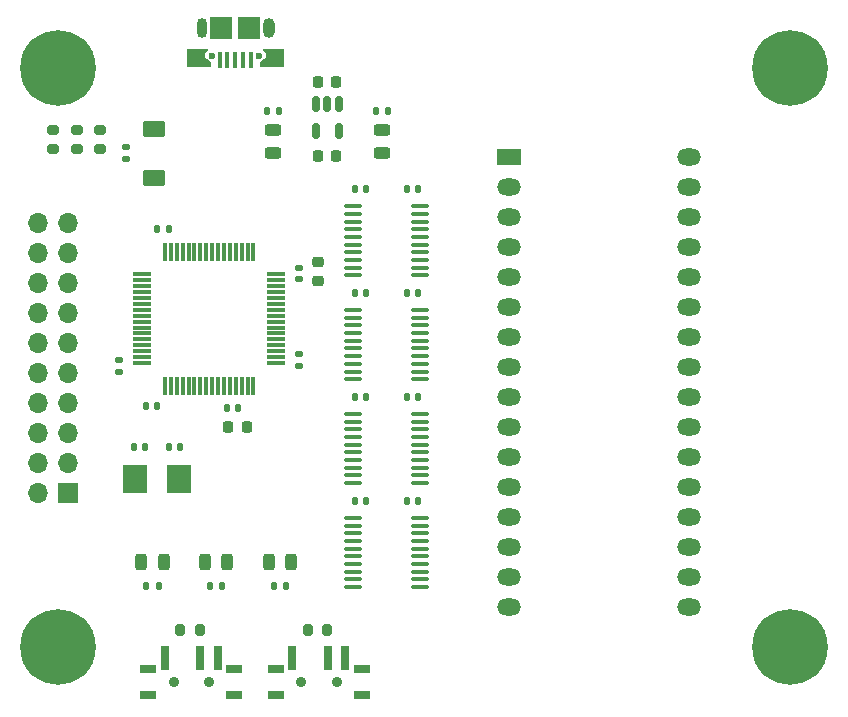
<source format=gbr>
G04 #@! TF.GenerationSoftware,KiCad,Pcbnew,7.0.7*
G04 #@! TF.CreationDate,2023-09-26T12:49:17-04:00*
G04 #@! TF.ProjectId,programmer,70726f67-7261-46d6-9d65-722e6b696361,rev?*
G04 #@! TF.SameCoordinates,Original*
G04 #@! TF.FileFunction,Soldermask,Top*
G04 #@! TF.FilePolarity,Negative*
%FSLAX46Y46*%
G04 Gerber Fmt 4.6, Leading zero omitted, Abs format (unit mm)*
G04 Created by KiCad (PCBNEW 7.0.7) date 2023-09-26 12:49:17*
%MOMM*%
%LPD*%
G01*
G04 APERTURE LIST*
G04 Aperture macros list*
%AMRoundRect*
0 Rectangle with rounded corners*
0 $1 Rounding radius*
0 $2 $3 $4 $5 $6 $7 $8 $9 X,Y pos of 4 corners*
0 Add a 4 corners polygon primitive as box body*
4,1,4,$2,$3,$4,$5,$6,$7,$8,$9,$2,$3,0*
0 Add four circle primitives for the rounded corners*
1,1,$1+$1,$2,$3*
1,1,$1+$1,$4,$5*
1,1,$1+$1,$6,$7*
1,1,$1+$1,$8,$9*
0 Add four rect primitives between the rounded corners*
20,1,$1+$1,$2,$3,$4,$5,0*
20,1,$1+$1,$4,$5,$6,$7,0*
20,1,$1+$1,$6,$7,$8,$9,0*
20,1,$1+$1,$8,$9,$2,$3,0*%
%AMFreePoly0*
4,1,9,1.050000,0.350000,0.550000,0.000000,0.550000,-0.400000,0.800000,-0.650000,0.800000,-0.800000,-1.050000,-0.800000,-1.050000,0.800000,1.050000,0.800000,1.050000,0.350000,1.050000,0.350000,$1*%
%AMFreePoly1*
4,1,9,1.050000,-0.800000,-0.800000,-0.800000,-0.800000,-0.650000,-0.550000,-0.400000,-0.550000,0.000000,-1.050000,0.350000,-1.050000,0.800000,1.050000,0.800000,1.050000,-0.800000,1.050000,-0.800000,$1*%
G04 Aperture macros list end*
%ADD10RoundRect,0.200000X0.275000X-0.200000X0.275000X0.200000X-0.275000X0.200000X-0.275000X-0.200000X0*%
%ADD11RoundRect,0.100000X-0.637500X-0.100000X0.637500X-0.100000X0.637500X0.100000X-0.637500X0.100000X0*%
%ADD12RoundRect,0.225000X0.225000X0.250000X-0.225000X0.250000X-0.225000X-0.250000X0.225000X-0.250000X0*%
%ADD13RoundRect,0.140000X0.140000X0.170000X-0.140000X0.170000X-0.140000X-0.170000X0.140000X-0.170000X0*%
%ADD14RoundRect,0.140000X-0.140000X-0.170000X0.140000X-0.170000X0.140000X0.170000X-0.140000X0.170000X0*%
%ADD15RoundRect,0.243750X-0.243750X-0.456250X0.243750X-0.456250X0.243750X0.456250X-0.243750X0.456250X0*%
%ADD16RoundRect,0.140000X0.170000X-0.140000X0.170000X0.140000X-0.170000X0.140000X-0.170000X-0.140000X0*%
%ADD17R,1.400000X0.800000*%
%ADD18C,0.900000*%
%ADD19R,0.800000X2.000000*%
%ADD20RoundRect,0.140000X-0.170000X0.140000X-0.170000X-0.140000X0.170000X-0.140000X0.170000X0.140000X0*%
%ADD21RoundRect,0.135000X-0.135000X-0.185000X0.135000X-0.185000X0.135000X0.185000X-0.135000X0.185000X0*%
%ADD22RoundRect,0.150000X-0.150000X0.512500X-0.150000X-0.512500X0.150000X-0.512500X0.150000X0.512500X0*%
%ADD23R,2.000000X2.400000*%
%ADD24RoundRect,0.243750X-0.456250X0.243750X-0.456250X-0.243750X0.456250X-0.243750X0.456250X0.243750X0*%
%ADD25RoundRect,0.200000X0.200000X0.275000X-0.200000X0.275000X-0.200000X-0.275000X0.200000X-0.275000X0*%
%ADD26C,0.600000*%
%ADD27R,0.400000X1.350000*%
%ADD28FreePoly0,180.000000*%
%ADD29O,1.000000X1.700000*%
%ADD30R,1.900000X1.900000*%
%ADD31O,0.850000X1.700000*%
%ADD32FreePoly1,180.000000*%
%ADD33C,0.800000*%
%ADD34C,6.400000*%
%ADD35R,1.700000X1.700000*%
%ADD36O,1.700000X1.700000*%
%ADD37RoundRect,0.225000X-0.225000X-0.250000X0.225000X-0.250000X0.225000X0.250000X-0.225000X0.250000X0*%
%ADD38RoundRect,0.075000X0.075000X-0.700000X0.075000X0.700000X-0.075000X0.700000X-0.075000X-0.700000X0*%
%ADD39RoundRect,0.075000X0.700000X-0.075000X0.700000X0.075000X-0.700000X0.075000X-0.700000X-0.075000X0*%
%ADD40R,2.000000X1.440000*%
%ADD41O,2.000000X1.440000*%
%ADD42RoundRect,0.135000X0.135000X0.185000X-0.135000X0.185000X-0.135000X-0.185000X0.135000X-0.185000X0*%
%ADD43RoundRect,0.135000X0.765000X-0.540000X0.765000X0.540000X-0.765000X0.540000X-0.765000X-0.540000X0*%
%ADD44RoundRect,0.225000X-0.250000X0.225000X-0.250000X-0.225000X0.250000X-0.225000X0.250000X0.225000X0*%
G04 APERTURE END LIST*
D10*
X119500000Y-84275000D03*
X119500000Y-82625000D03*
D11*
X140845000Y-106695000D03*
X140845000Y-107345000D03*
X140845000Y-107995000D03*
X140845000Y-108645000D03*
X140845000Y-109295000D03*
X140845000Y-109945000D03*
X140845000Y-110595000D03*
X140845000Y-111245000D03*
X140845000Y-111895000D03*
X140845000Y-112545000D03*
X146570000Y-112545000D03*
X146570000Y-111895000D03*
X146570000Y-111245000D03*
X146570000Y-110595000D03*
X146570000Y-109945000D03*
X146570000Y-109295000D03*
X146570000Y-108645000D03*
X146570000Y-107995000D03*
X146570000Y-107345000D03*
X146570000Y-106695000D03*
D12*
X139482500Y-84820000D03*
X137932500Y-84820000D03*
D13*
X141987500Y-87620000D03*
X141027500Y-87620000D03*
D14*
X145427500Y-114020000D03*
X146387500Y-114020000D03*
D15*
X122970000Y-119220000D03*
X124845000Y-119220000D03*
D16*
X121700000Y-85080000D03*
X121700000Y-84120000D03*
D17*
X134345000Y-128290000D03*
X134345000Y-130500000D03*
D18*
X136495000Y-129400000D03*
X139495000Y-129400000D03*
D17*
X141645000Y-128290000D03*
X141645000Y-130500000D03*
D19*
X135745000Y-127368000D03*
X138745000Y-127368000D03*
X140245000Y-127368000D03*
D20*
X136307500Y-101640000D03*
X136307500Y-102600000D03*
D21*
X133597500Y-81020000D03*
X134617500Y-81020000D03*
D22*
X139657500Y-80482500D03*
X138707500Y-80482500D03*
X137757500Y-80482500D03*
X137757500Y-82757500D03*
X139657500Y-82757500D03*
D11*
X140845000Y-97895000D03*
X140845000Y-98545000D03*
X140845000Y-99195000D03*
X140845000Y-99845000D03*
X140845000Y-100495000D03*
X140845000Y-101145000D03*
X140845000Y-101795000D03*
X140845000Y-102445000D03*
X140845000Y-103095000D03*
X140845000Y-103745000D03*
X146570000Y-103745000D03*
X146570000Y-103095000D03*
X146570000Y-102445000D03*
X146570000Y-101795000D03*
X146570000Y-101145000D03*
X146570000Y-100495000D03*
X146570000Y-99845000D03*
X146570000Y-99195000D03*
X146570000Y-98545000D03*
X146570000Y-97895000D03*
D10*
X115500000Y-84275000D03*
X115500000Y-82625000D03*
D23*
X126157500Y-112220000D03*
X122457500Y-112220000D03*
D24*
X143307500Y-82682500D03*
X143307500Y-84557500D03*
D13*
X141987500Y-105220000D03*
X141027500Y-105220000D03*
D20*
X136307500Y-94340000D03*
X136307500Y-95300000D03*
D13*
X123307500Y-109470000D03*
X122347500Y-109470000D03*
D25*
X127912500Y-125000000D03*
X126262500Y-125000000D03*
D12*
X131882500Y-107820000D03*
X130332500Y-107820000D03*
D25*
X138687500Y-125000000D03*
X137037500Y-125000000D03*
D13*
X141987500Y-114020000D03*
X141027500Y-114020000D03*
D21*
X134197500Y-121220000D03*
X135217500Y-121220000D03*
D26*
X132907500Y-76380000D03*
X128907500Y-76380000D03*
D27*
X132207500Y-76705000D03*
X131557500Y-76705000D03*
X130907500Y-76705000D03*
X130257500Y-76705000D03*
X129607500Y-76705000D03*
D28*
X134007500Y-76580000D03*
D29*
X133732500Y-74030000D03*
D30*
X132107500Y-74030000D03*
X129707500Y-74030000D03*
D31*
X128082500Y-74030000D03*
D32*
X127807500Y-76580000D03*
D33*
X113507500Y-126420000D03*
X114210444Y-124722944D03*
X114210444Y-128117056D03*
X115907500Y-124020000D03*
D34*
X115907500Y-126420000D03*
D33*
X115907500Y-128820000D03*
X117604556Y-124722944D03*
X117604556Y-128117056D03*
X118307500Y-126420000D03*
D24*
X134107500Y-82682500D03*
X134107500Y-84557500D03*
D15*
X133770000Y-119220000D03*
X135645000Y-119220000D03*
D21*
X128797500Y-121220000D03*
X129817500Y-121220000D03*
D35*
X116775000Y-113345000D03*
D36*
X114235000Y-113345000D03*
X116775000Y-110805000D03*
X114235000Y-110805000D03*
X116775000Y-108265000D03*
X114235000Y-108265000D03*
X116775000Y-105725000D03*
X114235000Y-105725000D03*
X116775000Y-103185000D03*
X114235000Y-103185000D03*
X116775000Y-100645000D03*
X114235000Y-100645000D03*
X116775000Y-98105000D03*
X114235000Y-98105000D03*
X116775000Y-95565000D03*
X114235000Y-95565000D03*
X116775000Y-93025000D03*
X114235000Y-93025000D03*
X116775000Y-90485000D03*
X114235000Y-90485000D03*
D37*
X137932500Y-78620000D03*
X139482500Y-78620000D03*
D10*
X117500000Y-84275000D03*
X117500000Y-82625000D03*
D15*
X128370000Y-119220000D03*
X130245000Y-119220000D03*
D14*
X124320000Y-91000000D03*
X125280000Y-91000000D03*
D17*
X123550000Y-128290000D03*
X123550000Y-130500000D03*
D18*
X125700000Y-129400000D03*
X128700000Y-129400000D03*
D17*
X130850000Y-128290000D03*
X130850000Y-130500000D03*
D19*
X124950000Y-127368000D03*
X127950000Y-127368000D03*
X129450000Y-127368000D03*
D38*
X124957500Y-104295000D03*
X125457500Y-104295000D03*
X125957500Y-104295000D03*
X126457500Y-104295000D03*
X126957500Y-104295000D03*
X127457500Y-104295000D03*
X127957500Y-104295000D03*
X128457500Y-104295000D03*
X128957500Y-104295000D03*
X129457500Y-104295000D03*
X129957500Y-104295000D03*
X130457500Y-104295000D03*
X130957500Y-104295000D03*
X131457500Y-104295000D03*
X131957500Y-104295000D03*
X132457500Y-104295000D03*
D39*
X134382500Y-102370000D03*
X134382500Y-101870000D03*
X134382500Y-101370000D03*
X134382500Y-100870000D03*
X134382500Y-100370000D03*
X134382500Y-99870000D03*
X134382500Y-99370000D03*
X134382500Y-98870000D03*
X134382500Y-98370000D03*
X134382500Y-97870000D03*
X134382500Y-97370000D03*
X134382500Y-96870000D03*
X134382500Y-96370000D03*
X134382500Y-95870000D03*
X134382500Y-95370000D03*
X134382500Y-94870000D03*
D38*
X132457500Y-92945000D03*
X131957500Y-92945000D03*
X131457500Y-92945000D03*
X130957500Y-92945000D03*
X130457500Y-92945000D03*
X129957500Y-92945000D03*
X129457500Y-92945000D03*
X128957500Y-92945000D03*
X128457500Y-92945000D03*
X127957500Y-92945000D03*
X127457500Y-92945000D03*
X126957500Y-92945000D03*
X126457500Y-92945000D03*
X125957500Y-92945000D03*
X125457500Y-92945000D03*
X124957500Y-92945000D03*
D39*
X123032500Y-94870000D03*
X123032500Y-95370000D03*
X123032500Y-95870000D03*
X123032500Y-96370000D03*
X123032500Y-96870000D03*
X123032500Y-97370000D03*
X123032500Y-97870000D03*
X123032500Y-98370000D03*
X123032500Y-98870000D03*
X123032500Y-99370000D03*
X123032500Y-99870000D03*
X123032500Y-100370000D03*
X123032500Y-100870000D03*
X123032500Y-101370000D03*
X123032500Y-101870000D03*
X123032500Y-102370000D03*
D11*
X140845000Y-115495000D03*
X140845000Y-116145000D03*
X140845000Y-116795000D03*
X140845000Y-117445000D03*
X140845000Y-118095000D03*
X140845000Y-118745000D03*
X140845000Y-119395000D03*
X140845000Y-120045000D03*
X140845000Y-120695000D03*
X140845000Y-121345000D03*
X146570000Y-121345000D03*
X146570000Y-120695000D03*
X146570000Y-120045000D03*
X146570000Y-119395000D03*
X146570000Y-118745000D03*
X146570000Y-118095000D03*
X146570000Y-117445000D03*
X146570000Y-116795000D03*
X146570000Y-116145000D03*
X146570000Y-115495000D03*
X140845000Y-89095000D03*
X140845000Y-89745000D03*
X140845000Y-90395000D03*
X140845000Y-91045000D03*
X140845000Y-91695000D03*
X140845000Y-92345000D03*
X140845000Y-92995000D03*
X140845000Y-93645000D03*
X140845000Y-94295000D03*
X140845000Y-94945000D03*
X146570000Y-94945000D03*
X146570000Y-94295000D03*
X146570000Y-93645000D03*
X146570000Y-92995000D03*
X146570000Y-92345000D03*
X146570000Y-91695000D03*
X146570000Y-91045000D03*
X146570000Y-90395000D03*
X146570000Y-89745000D03*
X146570000Y-89095000D03*
D14*
X145427500Y-96420000D03*
X146387500Y-96420000D03*
D40*
X154107500Y-84960000D03*
D41*
X154107500Y-87500000D03*
X154107500Y-90040000D03*
X154107500Y-92580000D03*
X154107500Y-95120000D03*
X154107500Y-97660000D03*
X154107500Y-100200000D03*
X154107500Y-102740000D03*
X154107500Y-105280000D03*
X154107500Y-107820000D03*
X154107500Y-110360000D03*
X154107500Y-112900000D03*
X154107500Y-115440000D03*
X154107500Y-117980000D03*
X154107500Y-120520000D03*
X154107500Y-123060000D03*
X169347500Y-123060000D03*
X169347500Y-120520000D03*
X169347500Y-117980000D03*
X169347500Y-115440000D03*
X169347500Y-112900000D03*
X169347500Y-110360000D03*
X169347500Y-107820000D03*
X169347500Y-105280000D03*
X169347500Y-102740000D03*
X169347500Y-100200000D03*
X169347500Y-97660000D03*
X169347500Y-95120000D03*
X169347500Y-92580000D03*
X169347500Y-90040000D03*
X169347500Y-87500000D03*
X169347500Y-84960000D03*
D13*
X141987500Y-96420000D03*
X141027500Y-96420000D03*
D42*
X143817500Y-81020000D03*
X142797500Y-81020000D03*
D33*
X175507500Y-77420000D03*
X176210444Y-75722944D03*
X176210444Y-79117056D03*
X177907500Y-75020000D03*
D34*
X177907500Y-77420000D03*
D33*
X177907500Y-79820000D03*
X179604556Y-75722944D03*
X179604556Y-79117056D03*
X180307500Y-77420000D03*
X113507500Y-77420000D03*
X114210444Y-75722944D03*
X114210444Y-79117056D03*
X115907500Y-75020000D03*
D34*
X115907500Y-77420000D03*
D33*
X115907500Y-79820000D03*
X117604556Y-75722944D03*
X117604556Y-79117056D03*
X118307500Y-77420000D03*
D43*
X124000000Y-82525000D03*
X124000000Y-86675000D03*
D14*
X145427500Y-105220000D03*
X146387500Y-105220000D03*
D33*
X175507500Y-126420000D03*
X176210444Y-124722944D03*
X176210444Y-128117056D03*
X177907500Y-124020000D03*
D34*
X177907500Y-126420000D03*
D33*
X177907500Y-128820000D03*
X179604556Y-124722944D03*
X179604556Y-128117056D03*
X180307500Y-126420000D03*
D13*
X124330000Y-106000000D03*
X123370000Y-106000000D03*
X131187500Y-106220000D03*
X130227500Y-106220000D03*
D44*
X137907500Y-93845000D03*
X137907500Y-95395000D03*
D21*
X123397500Y-121220000D03*
X124417500Y-121220000D03*
D14*
X125307500Y-109470000D03*
X126267500Y-109470000D03*
D16*
X121107500Y-103100000D03*
X121107500Y-102140000D03*
D14*
X145427500Y-87620000D03*
X146387500Y-87620000D03*
M02*

</source>
